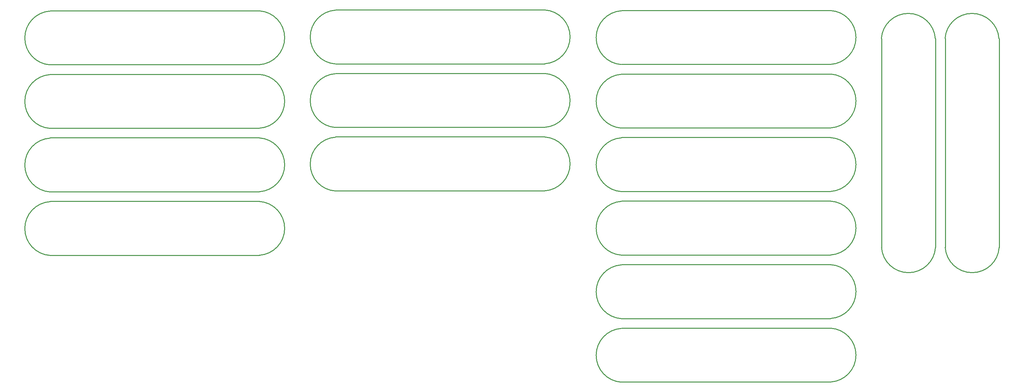
<source format=gko>
G04 Layer_Color=16711935*
%FSLAX44Y44*%
%MOMM*%
G71*
G01*
G75*
%ADD54C,0.2540*%
D54*
X1785939Y1605634D02*
G03*
X1785871Y1461625I4590J-72007D01*
G01*
Y1462134D02*
X2344597D01*
Y1462132D02*
G03*
X2344529Y1606140I-4658J72002D01*
G01*
Y1606634D01*
X1785939D01*
Y1775634D02*
G03*
X1785871Y1631625I4590J-72007D01*
G01*
Y1632134D02*
X2344597D01*
Y1632132D02*
G03*
X2344529Y1776140I-4658J72002D01*
G01*
Y1776634D01*
X1785939D01*
Y1945634D02*
G03*
X1785871Y1801625I4590J-72007D01*
G01*
Y1802134D02*
X2344597D01*
Y1802132D02*
G03*
X2344529Y1946140I-4658J72002D01*
G01*
Y1946634D01*
X1785939D01*
Y2115634D02*
G03*
X1785871Y1971625I4590J-72007D01*
G01*
Y1972134D02*
X2344597D01*
Y1972132D02*
G03*
X2344529Y2116140I-4658J72002D01*
G01*
Y2116634D01*
X1785939D01*
Y2285634D02*
G03*
X1785871Y2141625I4590J-72007D01*
G01*
Y2142134D02*
X2344597D01*
Y2142132D02*
G03*
X2344529Y2286140I-4658J72002D01*
G01*
Y2286634D01*
X1785939D01*
Y2455634D02*
G03*
X1785871Y2311625I4590J-72007D01*
G01*
Y2312134D02*
X2344597D01*
Y2312132D02*
G03*
X2344529Y2456140I-4658J72002D01*
G01*
Y2456634D01*
X1785939D01*
X1581158Y2457771D02*
Y2458264D01*
X1022569D01*
Y2457264D02*
G03*
X1022501Y2313255I4590J-72007D01*
G01*
Y2313764D02*
X1581227D01*
Y2313761D02*
G03*
X1581158Y2457771I-4658J72002D01*
G01*
Y2288264D02*
X1022569D01*
Y2287264D02*
G03*
X1022501Y2143255I4590J-72007D01*
G01*
Y2143764D02*
X1581227D01*
Y2143761D02*
G03*
X1581158Y2287771I-4658J72002D01*
G01*
Y2288264D01*
Y2118264D02*
X1022569D01*
Y2117264D02*
G03*
X1022501Y1973255I4590J-72007D01*
G01*
Y1973764D02*
X1581227D01*
Y1973761D02*
G03*
X1581158Y2117771I-4658J72002D01*
G01*
Y2118264D01*
X819150Y2455323D02*
Y2455816D01*
X260560D01*
Y2454816D02*
G03*
X260492Y2310807I4590J-72007D01*
G01*
Y2311316D02*
X819218D01*
Y2311314D02*
G03*
X819150Y2455323I-4658J72002D01*
G01*
Y2285816D02*
X260560D01*
Y2284816D02*
G03*
X260492Y2140807I4590J-72007D01*
G01*
Y2141316D02*
X819218D01*
Y2141314D02*
G03*
X819150Y2285323I-4658J72002D01*
G01*
Y2285816D01*
Y2115816D02*
X260560D01*
Y2114816D02*
G03*
X260492Y1970807I4590J-72007D01*
G01*
Y1971316D02*
X819218D01*
Y1971314D02*
G03*
X819150Y2115323I-4658J72002D01*
G01*
Y2115816D01*
Y1945816D02*
X260560D01*
Y1944816D02*
G03*
X260492Y1800807I4590J-72007D01*
G01*
Y1801316D02*
X819218D01*
Y1801314D02*
G03*
X819150Y1945323I-4658J72002D01*
G01*
Y1945816D01*
X2480311Y1822273D02*
G03*
X2624320Y1822341I72002J4658D01*
G01*
X2624814D01*
Y2380930D01*
X2623814D02*
G03*
X2479805Y2380999I-72007J-4590D01*
G01*
X2480314D02*
Y1822273D01*
X2650312D02*
G03*
X2794320Y1822341I72002J4658D01*
G01*
X2794814D01*
Y2380930D01*
X2793814D02*
G03*
X2649805Y2380999I-72007J-4590D01*
G01*
X2650314D02*
Y1822273D01*
M02*

</source>
